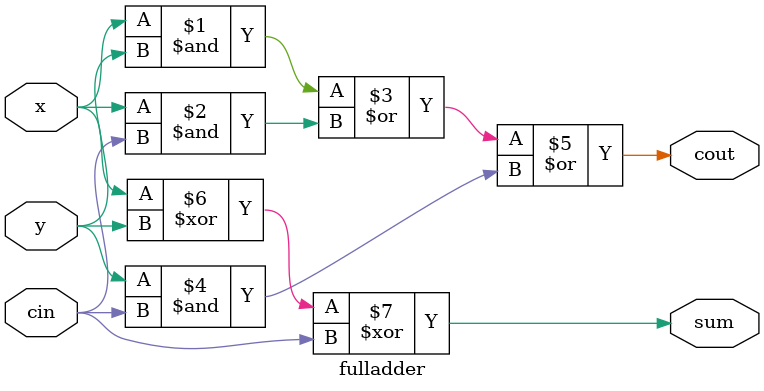
<source format=v>
module fulladder(
    input x,y,cin,
    output cout,sum
);

assign cout=(x&y) | (x&cin) | (y&cin);
assign sum=x^y^cin;

endmodule
</source>
